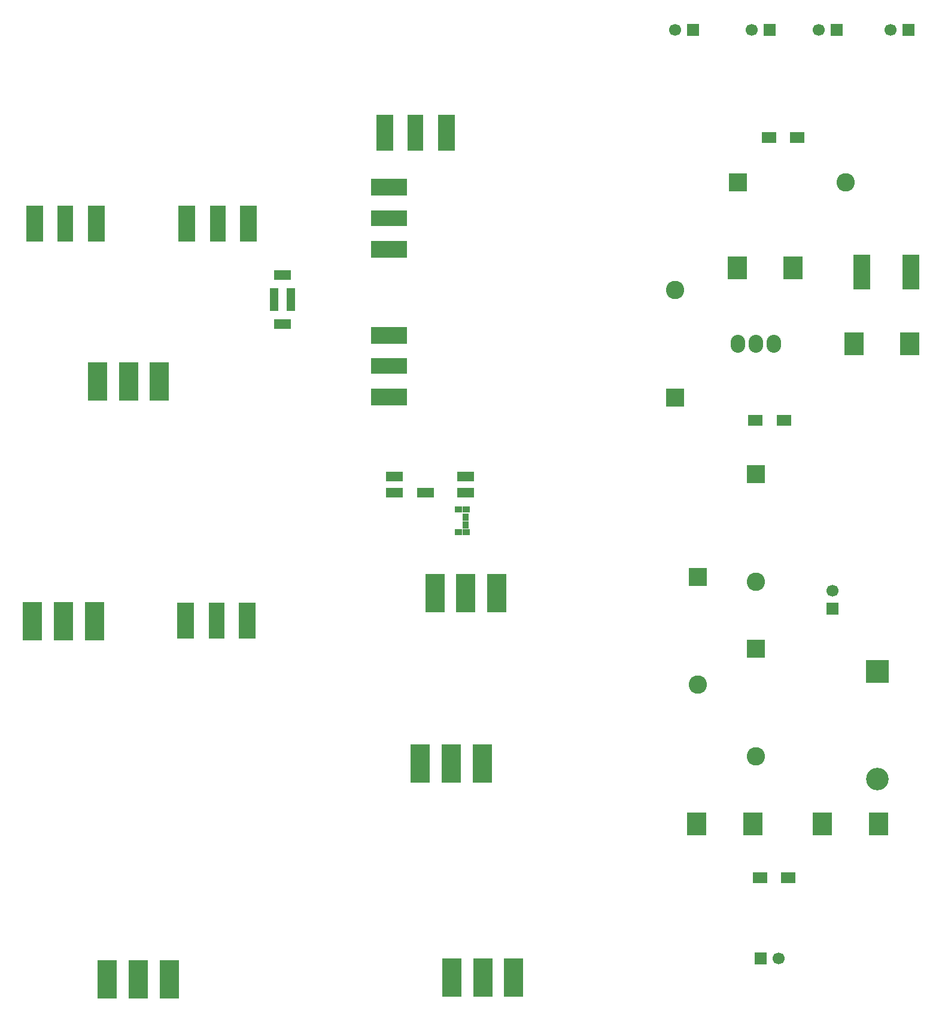
<source format=gbr>
*
%LPD*%
%LNTop Mask*%
%FSLAX25Y25*%
%MOIN*%
%AD*%
%AD*%
%ADD11R,0.095275591X0.2*%
%ADD15R,0.111023622X0.215748031*%
%ADD18R,0.09015748X0.2*%
%ADD19R,0.105905512X0.215748031*%
%ADD22R,0.066929134X0.066929134*%
%ADD23C,0.066929134*%
%ADD24R,0.102362205X0.102362205*%
%ADD25C,0.102362205*%
%ADD26R,0.125984252X0.125984252*%
%ADD27C,0.125984252*%
%ADD42R,0.039370079X0.035433071*%
%ADD43R,0.035433071X0.039370079*%
%ADD44R,0.094488189X0.05511811*%
%ADD46R,0.078740157X0.062992126*%
%ADD47R,0.094488189X0.196850394*%
%ADD48R,0.106299213X0.125984252*%
%ADD49O,0.08X0.1*%
%ADD52R,0.047244094X0.125984252*%
%ADD55R,0.2X0.09015748*%
%ADD56R,0.2X0.095275591*%
G54D19*
%SRX1Y1I0.0J0.0*%
G1X69500Y15228D3*
G54D15*
G1X52256Y15228D3*
G1X86744Y15228D3*
G54D19*
G1X243800Y135628D3*
G54D15*
G1X226556Y135628D3*
G1X261044Y135628D3*
G54D22*
G1X456150Y221950D3*
G54D23*
G1X456150Y231950D3*
G54D46*
G1X415776Y71950D3*
G1X431524Y71950D3*
G1X413276Y326950D3*
G1X429024Y326950D3*
G54D47*
G1X472370Y409450D3*
G1X499930Y409450D3*
G54D46*
G1X420776Y484450D3*
G1X436524Y484450D3*
G54D24*
G1X381150Y239450D3*
G54D25*
G1X381150Y179450D3*
G54D24*
G1X413650Y199450D3*
G54D25*
G1X413650Y139450D3*
G54D24*
G1X413650Y296950D3*
G54D25*
G1X413650Y236950D3*
G54D24*
G1X368650Y339450D3*
G54D25*
G1X368650Y399450D3*
G54D24*
G1X403650Y459450D3*
G54D25*
G1X463650Y459450D3*
G54D22*
G1X416150Y26950D3*
G54D23*
G1X426150Y26950D3*
G54D22*
G1X378650Y544450D3*
G54D23*
G1X368650Y544450D3*
G54D22*
G1X421150Y544450D3*
G54D23*
G1X411150Y544450D3*
G54D22*
G1X458650Y544450D3*
G54D23*
G1X448650Y544450D3*
G54D22*
G1X498650Y544450D3*
G54D23*
G1X488650Y544450D3*
G54D26*
G1X481150Y186950D3*
G54D27*
G1X481150Y126950D3*
G54D48*
G1X411701Y101950D3*
G1X380599Y101950D3*
G1X450599Y101950D3*
G1X481701Y101950D3*
G1X403099Y411950D3*
G1X434201Y411950D3*
G1X468099Y369450D3*
G1X499201Y369450D3*
G54D49*
G1X413650Y369450D3*
G1X403650Y369450D3*
G1X423650Y369450D3*
G54D19*
G1X261350Y16178D3*
G54D15*
G1X244106Y16178D3*
G1X278594Y16178D3*
G54D19*
G1X27800Y214928D3*
G54D15*
G1X10556Y214928D3*
G1X45044Y214928D3*
G54D42*
G1X252015Y264400D3*
G1X247685Y264400D3*
G54D43*
G1X252000Y268585D3*
G1X252000Y272915D3*
G54D42*
G1X252015Y277100D3*
G1X247685Y277100D3*
G54D19*
G1X252000Y230378D3*
G54D15*
G1X234756Y230378D3*
G1X269244Y230378D3*
G54D44*
G1X229541Y286372D3*
G1X251982Y286372D3*
G1X251982Y295428D3*
G1X212218Y286372D3*
G1X212218Y295428D3*
G54D18*
G1X113100Y215278D3*
G54D11*
G1X95856Y215278D3*
G1X130344Y215278D3*
G54D19*
G1X64039Y348669D3*
G54D15*
G1X46795Y348669D3*
G1X81283Y348669D3*
G54D52*
G1X145036Y394260D3*
G54D44*
G1X149839Y408000D3*
G1X149839Y380441D3*
G54D52*
G1X154643Y394220D3*
G54D55*
G1X209125Y357047D3*
G54D56*
G1X209125Y374291D3*
G1X209125Y339802D3*
G54D18*
G1X29000Y436678D3*
G54D11*
G1X11756Y436678D3*
G1X46244Y436678D3*
G54D55*
G1X209125Y439447D3*
G54D56*
G1X209125Y456691D3*
G1X209125Y422202D3*
G54D18*
G1X113700Y436578D3*
G54D11*
G1X96456Y436578D3*
G1X130944Y436578D3*
G54D18*
G1X224000Y487278D3*
G54D11*
G1X206756Y487278D3*
G1X241244Y487278D3*
M2*

</source>
